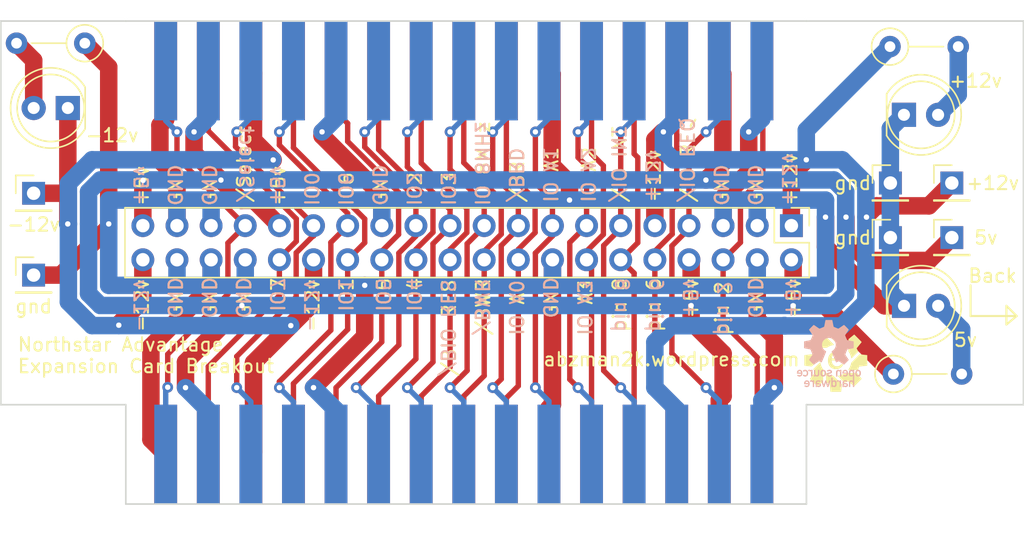
<source format=kicad_pcb>
(kicad_pcb (version 20221018) (generator pcbnew)
  (layers (0 "F.Cu" signal) (31 "B.Cu" signal) (34 "B.Paste" user) (35 "F.Paste" user) (36 "B.SilkS" user "B.Silkscreen") (37 "F.SilkS" user "F.Silkscreen") (38 "B.Mask" user) (39 "F.Mask" user) (44 "Edge.Cuts" user))
  (net 0 "")
  (net 1 "GND")
  (net 2 "/{slash}ID REQ")
  (net 3 "+5V")
  (net 4 "+12V")
  (net 5 "/{slash}IO INT")
  (net 6 "/IO A2")
  (net 7 "/IO A3")
  (net 8 "/IO A1")
  (net 9 "/{slash}BRD")
  (net 10 "/IO A0")
  (net 11 "/IO 8MHz")
  (net 12 "/{slash}BWR")
  (net 13 "/IO3")
  (net 14 "/{slash}BIO RES")
  (net 15 "/IO2")
  (net 16 "/IO4")
  (net 17 "/IO5")
  (net 18 "/IO6")
  (net 19 "/IO1")
  (net 20 "/IO0")
  (net 21 "-12V")
  (net 22 "/IO7")
  (net 23 "/{slash}SELECT")
  (net 24 "2")
  (net 25 "6")
  (net 26 "8")
  (net 27 "Net-(D1-A)")
  (net 28 "Net-(D3-A)")
  (net 29 "Net-(D4-A)")
  (footprint "Resistor_THT:R_Axial_DIN0207_L6.3mm_D2.5mm_P5.08mm_Vertical" (layer "F.Cu") (at 165.071 115.824)
    (fp_text reference "R4" hide)
    (fp_text value "R")
  )
  (footprint "Resistor_THT:R_Axial_DIN0207_L6.3mm_D2.5mm_P5.08mm_Vertical" (layer "F.Cu") (at 164.817 91.44)
    (fp_text reference "R3" hide)
    (fp_text value "R")
  )
  (footprint "Connector_PinHeader_2.54mm:PinHeader_1x01_P2.54mm_Vertical" (layer "F.Cu") (at 164.846 101.6)
    (fp_text reference "TP1" hide)
    (fp_text value "gnd")
  )
  (footprint "Connector_PinHeader_2.54mm:PinHeader_1x01_P2.54mm_Vertical" (layer "F.Cu") (at 101.092 102.362)
    (fp_text reference "TP7" hide)
    (fp_text value "-12v")
  )
  (footprint "LED_THT:LED_D5.0mm" (layer "F.Cu") (at 165.857 96.52)
    (fp_text reference "D3" hide)
    (fp_text value "+12v")
  )
  (footprint "LED_THT:LED_D5.0mm" (layer "F.Cu") (at 103.637 96.012 180)
    (fp_text reference "D1" hide)
    (fp_text value "-12v")
  )
  (footprint "Evan's misc parts:northstar edge connector" (layer "F.Cu") (at 107.95 118.11)
    (fp_text reference "J1" hide)
    (fp_text value "male card edge")
    (fp_line (start -9.3 0) (end -9.3 -28.575) (stroke (width 0.12)) (layer "Edge.Cuts"))
    (fp_line (start 0 0) (end -9.3 0) (stroke (width 0.12)) (layer "Edge.Cuts"))
    (fp_line (start 0 7.4) (end 0 0) (stroke (width 0.12)) (layer "Edge.Cuts"))
    (fp_line (start 50.65 0) (end 66.8 0) (stroke (width 0.12)) (layer "Edge.Cuts"))
    (fp_line (start 50.65 7.4) (end 0 7.4) (stroke (width 0.12)) (layer "Edge.Cuts"))
    (fp_line (start 50.65 7.4) (end 50.65 0) (stroke (width 0.12)) (layer "Edge.Cuts"))
    (fp_line (start 66.8 0) (end 66.8 -28.575) (stroke (width 0.12)) (layer "Edge.Cuts"))
  )
  (footprint "Evan's parts:Evan Logo" (layer "F.Cu") (at 160.782 114.808)
    (fp_text reference "G***" hide)
    (fp_text value "LOGO" hide)
  )
  (footprint "LED_THT:LED_D5.0mm" (layer "F.Cu") (at 165.862 110.744)
    (fp_text reference "D4" hide)
    (fp_text value "5v")
  )
  (footprint "Connector_PinHeader_2.54mm:PinHeader_2x20_P2.54mm_Vertical" (layer "F.Cu") (at 157.48 104.775 -90)
    (fp_text reference "J3" hide)
    (fp_text value "ribbon expansion")
  )
  (footprint "Connector_PinHeader_2.54mm:PinHeader_1x01_P2.54mm_Vertical" (layer "F.Cu") (at 169.418 101.6)
    (fp_text reference "TP4" hide)
    (fp_text value "+12v")
  )
  (footprint "Connector_PinHeader_2.54mm:PinHeader_1x01_P2.54mm_Vertical" (layer "F.Cu") (at 101.092 108.458)
    (fp_text reference "TP5" hide)
    (fp_text value "gnd")
  )
  (footprint "Resistor_THT:R_Axial_DIN0207_L6.3mm_D2.5mm_P5.08mm_Vertical" (layer "F.Cu") (at 104.902 91.186 180)
    (fp_text reference "R1" hide)
    (fp_text value "R")
  )
  (footprint "Evan's misc parts:northstar edge connector" (layer "F.Cu") (at 107.95 89.535)
    (fp_text reference "J2" hide)
    (fp_text value "female slot pass through")
    (fp_line (start 0 0) (end -9.3 0) (stroke (width 0.12)) (layer "Edge.Cuts"))
    (fp_line (start 50.65 0) (end 0 0) (stroke (width 0.12)) (layer "Edge.Cuts"))
    (fp_line (start 50.65 0) (end 66.8 0) (stroke (width 0.12)) (layer "Edge.Cuts"))
  )
  (footprint "Connector_PinHeader_2.54mm:PinHeader_1x01_P2.54mm_Vertical" (layer "F.Cu") (at 169.418 105.664)
    (fp_text reference "TP3" hide)
    (fp_text value "5v")
  )
  (footprint "Connector_PinHeader_2.54mm:PinHeader_1x01_P2.54mm_Vertical" (layer "F.Cu") (at 164.846 105.664)
    (fp_text reference "TP2" hide)
    (fp_text value "gnd")
  )
  (footprint "Evan's parts:OSHW gear" (layer "B.Cu") (at 160.274 114.3 180)
    (fp_text reference "G***" hide)
    (fp_text value "LOGO" hide)
  )
  (gr_line (start 173.482 110.744) (end 173.482 112.141) (stroke (width 0.15)) (layer "F.SilkS"))
  (gr_line (start 173.482 112.141) (end 174.244 111.506) (stroke (width 0.15)) (layer "F.SilkS"))
  (gr_line (start 174.244 111.506) (end 173.482 110.744) (stroke (width 0.15)) (layer "F.SilkS"))
  (gr_line (start 170.815 111.506) (end 174.244 111.506) (stroke (width 0.15)) (layer "F.SilkS"))
  (gr_line (start 170.815 109.22) (end 170.815 111.506) (stroke (width 0.15)) (layer "F.SilkS"))
  (gr_text "/BIO RES" (at 131.318 116.078 -90) (layer "B.SilkS") (effects (font (size 1 1)) (justify left bottom mirror)))
  (gr_text "GND" (at 110.998 111.76 -90) (layer "B.SilkS") (effects (font (size 1 1)) (justify left bottom mirror)))
  (gr_text "IO7" (at 118.618 111.252 -90) (layer "B.SilkS") (effects (font (size 1 1)) (justify left bottom mirror)))
  (gr_text "/BWR" (at 133.858 113.03 -90) (layer "B.SilkS") (effects (font (size 1 1)) (justify left bottom mirror)))
  (gr_text "IO3" (at 131.318 103.378 -90) (layer "B.SilkS") (effects (font (size 1 1)) (justify left bottom mirror)))
  (gr_text "+5v" (at 118.618 103.378 -90) (layer "B.SilkS") (effects (font (size 1 1)) (justify left bottom mirror)))
  (gr_text "GND" (at 113.538 103.378 -90) (layer "B.SilkS") (effects (font (size 1 1)) (justify left bottom mirror)))
  (gr_text "GND" (at 154.178 111.76 -90) (layer "B.SilkS") (effects (font (size 1 1)) (justify left bottom mirror)))
  (gr_text "-12v" (at 121.158 112.776 -90) (layer "B.SilkS") (effects (font (size 1 1)) (justify left bottom mirror)))
  (gr_text "IO A1" (at 138.938 103.124 -90) (layer "B.SilkS") (effects (font (size 1 1)) (justify left bottom mirror)))
  (gr_text "pin 2" (at 151.892 113.03 -90) (layer "B.SilkS") (effects (font (size 1 1)) (justify left bottom mirror)))
  (gr_text "-12v" (at 108.458 112.776 -90) (layer "B.SilkS") (effects (font (size 1 1)) (justify left bottom mirror)))
  (gr_text "IO A3" (at 141.478 113.03 -90) (layer "B.SilkS") (effects (font (size 1 1)) (justify left bottom mirror)))
  (gr_text "+12v" (at 146.558 103.124 -90) (layer "B.SilkS") (effects (font (size 1 1)) (justify left bottom mirror)))
  (gr_text "/IO INT" (at 144.018 103.124 -90) (layer "B.SilkS") (effects (font (size 1 1)) (justify left bottom mirror)))
  (gr_text "GND" (at 113.538 111.76 -90) (layer "B.SilkS") (effects (font (size 1 1)) (justify left bottom mirror)))
  (gr_text "IO 8MHz" (at 133.858 103.378 -90) (layer "B.SilkS") (effects (font (size 1 1)) (justify left bottom mirror)))
  (gr_text "/Select" (at 116.332 103.124 -90) (layer "B.SilkS") (effects (font (size 1 1)) (justify left bottom mirror)))
  (gr_text "GND" (at 110.998 103.378 -90) (layer "B.SilkS") (effects (font (size 1 1)) (justify left bottom mirror)))
  (gr_text "+12v" (at 156.718 103.378 -90) (layer "B.SilkS") (effects (font (size 1 1)) (justify left bottom mirror)))
  (gr_text "IO4" (at 128.778 111.252 -90) (layer "B.SilkS") (effects (font (size 1 1)) (justify left bottom mirror)))
  (gr_text "GND" (at 126.238 103.378 -90) (layer "B.SilkS") (effects (font (size 1 1)) (justify left bottom mirror)))
  (gr_text "GND" (at 138.938 111.76 -90) (layer "B.SilkS") (effects (font (size 1 1)) (justify left bottom mirror)))
  (gr_text "GND" (at 151.638 103.378 -90) (layer "B.SilkS") (effects (font (size 1 1)) (justify left bottom mirror)))
  (gr_text "IO A0" (at 136.398 113.03 -90) (layer "B.SilkS") (effects (font (size 1 1)) (justify left bottom mirror)))
  (gr_text "+5v" (at 149.352 111.76 -90) (layer "B.SilkS") (effects (font (size 1 1)) (justify left bottom mirror)))
  (gr_text "pin 8" (at 144.272 112.776 -90) (layer "B.SilkS") (effects (font (size 1 1)) (justify left bottom mirror)))
  (gr_text "+5v" (at 156.972 111.76 -90) (layer "B.SilkS") (effects (font (size 1 1)) (justify left bottom mirror)))
  (gr_text "/IO REQ" (at 149.098 103.124 -90) (layer "B.SilkS") (effects (font (size 1 1)) (justify left bottom mirror)))
  (gr_text "+5v" (at 108.458 103.378 -90) (layer "B.SilkS") (effects (font (size 1 1)) (justify left bottom mirror)))
  (gr_text "GND" (at 116.078 111.76 -90) (layer "B.SilkS") (effects (font (size 1 1)) (justify left bottom mirror)))
  (gr_text "GND" (at 154.178 103.378 -90) (layer "B.SilkS") (effects (font (size 1 1)) (justify left bottom mirror)))
  (gr_text "/BRD" (at 136.398 103.124 -90) (layer "B.SilkS") (effects (font (size 1 1)) (justify left bottom mirror)))
  (gr_text "IO0" (at 121.158 103.378 -90) (layer "B.SilkS") (effects (font (size 1 1)) (justify left bottom mirror)))
  (gr_text "IO6" (at 123.698 103.378 -90) (layer "B.SilkS") (effects (font (size 1 1)) (justify left bottom mirror)))
  (gr_text "IO1" (at 123.698 111.252 -90) (layer "B.SilkS") (effects (font (size 1 1)) (justify left bottom mirror)))
  (gr_text "IO A2" (at 141.732 103.124 -90) (layer "B.SilkS") (effects (font (size 1 1)) (justify left bottom mirror)))
  (gr_text "IO5" (at 126.492 111.252 -90) (layer "B.SilkS") (effects (font (size 1 1)) (justify left bottom mirror)))
  (gr_text "IO2" (at 128.778 103.378 -90) (layer "B.SilkS") (effects (font (size 1 1)) (justify left bottom mirror)))
  (gr_text "pin 6" (at 146.812 112.776 -90) (layer "B.SilkS") (effects (font (size 1 1)) (justify left bottom mirror)))
  (gr_text "+12v" (at 147.828 103.124 90) (layer "F.SilkS") (effects (font (size 1 1)) (justify left bottom)))
  (gr_text "GND" (at 112.268 103.378 90) (layer "F.SilkS") (effects (font (size 1 1)) (justify left bottom)))
  (gr_text "GND" (at 140.208 111.76 90) (layer "F.SilkS") (effects (font (size 1 1)) (justify left bottom)))
  (gr_text "GND" (at 152.908 103.378 90) (layer "F.SilkS") (effects (font (size 1 1)) (justify left bottom)))
  (gr_text "/BRD" (at 137.668 103.124 90) (layer "F.SilkS") (effects (font (size 1 1)) (justify left bottom)))
  (gr_text "pin 6" (at 147.828 112.776 90) (layer "F.SilkS") (effects (font (size 1 1)) (justify left bottom)))
  (gr_text "IO A2" (at 143.002 103.124 90) (layer "F.SilkS") (effects (font (size 1 1)) (justify left bottom)))
  (gr_text "Northstar Advantage\nExpansion Card Breakout" (at 99.822 115.824) (layer "F.SilkS") (effects (font (size 1 1)) (justify left bottom)))
  (gr_text "IO7" (at 119.888 111.252 90) (layer "F.SilkS") (effects (font (size 1 1)) (justify left bottom)))
  (gr_text "-12v" (at 109.728 112.776 90) (layer "F.SilkS") (effects (font (size 1 1)) (justify left bottom)))
  (gr_text "IO A1" (at 140.208 103.124 90) (layer "F.SilkS") (effects (font (size 1 1)) (justify left bottom)))
  (gr_text "IO A3" (at 142.748 113.03 90) (layer "F.SilkS") (effects (font (size 1 1)) (justify left bottom)))
  (gr_text "GND" (at 155.448 111.76 90) (layer "F.SilkS") (effects (font (size 1 1)) (justify left bottom)))
  (gr_text "+5v" (at 150.622 111.76 90) (layer "F.SilkS") (effects (font (size 1 1)) (justify left bottom)))
  (gr_text "+5v" (at 109.728 103.378 90) (layer "F.SilkS") (effects (font (size 1 1)) (justify left bottom)))
  (gr_text "/BIO RES" (at 132.588 116.078 90) (layer "F.SilkS") (effects (font (size 1 1)) (justify left bottom)))
  (gr_text "IO5" (at 127.762 111.252 90) (layer "F.SilkS") (effects (font (size 1 1)) (justify left bottom)))
  (gr_text "IO3" (at 132.588 103.378 90) (layer "F.SilkS") (effects (font (size 1 1)) (justify left bottom)))
  (gr_text "Back" (at 170.561 109.093) (layer "F.SilkS") (effects (font (size 1 1)) (justify left bottom)))
  (gr_text "/BWR" (at 135.128 113.03 90) (layer "F.SilkS") (effects (font (size 1 1)) (justify left bottom)))
  (gr_text "GND" (at 112.268 111.76 90) (layer "F.SilkS") (effects (font (size 1 1)) (justify left bottom)))
  (gr_text "GND" (at 127.508 103.378 90) (layer "F.SilkS") (effects (font (size 1 1)) (justify left bottom)))
  (gr_text "GND" (at 155.448 103.378 90) (layer "F.SilkS") (effects (font (size 1 1)) (justify left bottom)))
  (gr_text "/Select" (at 117.348 103.124 90) (layer "F.SilkS") (effects (font (size 1 1)) (justify left bottom)))
  (gr_text "abzman2k.wordpress.com" (at 138.938 115.316) (layer "F.SilkS") (effects (font (size 1 1)) (justify left bottom)))
  (gr_text "/IO REQ" (at 150.368 103.124 90) (layer "F.SilkS") (effects (font (size 1 1)) (justify left bottom)))
  (gr_text "pin 8" (at 145.288 112.776 90) (layer "F.SilkS") (effects (font (size 1 1)) (justify left bottom)))
  (gr_text "IO6" (at 124.968 103.378 90) (layer "F.SilkS") (effects (font (size 1 1)) (justify left bottom)))
  (gr_text "IO4" (at 130.048 111.252 90) (layer "F.SilkS") (effects (font (size 1 1)) (justify left bottom)))
  (gr_text "GND" (at 114.808 111.76 90) (layer "F.SilkS") (effects (font (size 1 1)) (justify left bottom)))
  (gr_text "IO2" (at 130.048 103.378 90) (layer "F.SilkS") (effects (font (size 1 1)) (justify left bottom)))
  (gr_text "IO A0" (at 137.668 113.03 90) (layer "F.SilkS") (effects (font (size 1 1)) (justify left bottom)))
  (gr_text "IO0" (at 122.428 103.378 90) (layer "F.SilkS") (effects (font (size 1 1)) (justify left bottom)))
  (gr_text "+5v" (at 158.242 111.76 90) (layer "F.SilkS") (effects (font (size 1 1)) (justify left bottom)))
  (gr_text "GND" (at 114.808 103.378 90) (layer "F.SilkS") (effects (font (size 1 1)) (justify left bottom)))
  (gr_text "GND" (at 117.348 111.76 90) (layer "F.SilkS") (effects (font (size 1 1)) (justify left bottom)))
  (gr_text "IO 8MHz" (at 135.128 103.378 90) (layer "F.SilkS") (effects (font (size 1 1)) (justify left bottom)))
  (gr_text "+12v" (at 157.988 103.378 90) (layer "F.SilkS") (effects (font (size 1 1)) (justify left bottom)))
  (gr_text "-12v" (at 122.428 112.776 90) (layer "F.SilkS") (effects (font (size 1 1)) (justify left bottom)))
  (gr_text "/IO INT" (at 145.288 103.124 90) (layer "F.SilkS") (effects (font (size 1 1)) (justify left bottom)))
  (gr_text "+5v" (at 119.888 103.378 90) (layer "F.SilkS") (effects (font (size 1 1)) (justify left bottom)))
  (gr_text "pin 2" (at 152.908 113.03 90) (layer "F.SilkS") (effects (font (size 1 1)) (justify left bottom)))
  (gr_text "IO1" (at 124.968 111.252 90) (layer "F.SilkS") (effects (font (size 1 1)) (justify left bottom)))
  (segment (start 154.94 111.76) (end 154.94 107.315) (width 1.3) (layer "F.Cu") (net 1))
  (segment (start 114.3 107.315) (end 114.3 109.3) (width 1.3) (layer "F.Cu") (net 1))
  (segment (start 110.49 99.909924) (end 110.49 97.292233) (width 1.3) (layer "F.Cu") (net 1))
  (segment (start 164.40468 110.744) (end 165.862 110.744) (width 1.3) (layer "F.Cu") (net 1))
  (segment (start 106.68 92.964) (end 106.68 104.648) (width 1.3) (layer "F.Cu") (net 1))
  (segment (start 109.82 120.71) (end 110.92 121.81) (width 1.3) (layer "F.Cu") (net 1))
  (segment (start 125.73 113.03) (end 125.73 109.22) (width 1.3) (layer "F.Cu") (net 1))
  (segment (start 139.44 93.235) (end 139.68 93.475) (width 1.3) (layer "F.Cu") (net 1))
  (segment (start 139.68 93.475) (end 139.68 100.31) (width 1.3) (layer "F.Cu") (net 1))
  (segment (start 154.305 97.79) (end 154.305 100.770076) (width 1.3) (layer "F.Cu") (net 1))
  (segment (start 160.02 106.35932) (end 164.40468 110.744) (width 1.3) (layer "F.Cu") (net 1))
  (segment (start 110.92 96.862233) (end 110.92 93.235) (width 1.3) (layer "F.Cu") (net 1))
  (segment (start 106.68 104.648) (end 106.68 104.891767) (width 1.3) (layer "F.Cu") (net 1))
  (segment (start 104.902 91.186) (end 106.68 92.964) (width 1.3) (layer "F.Cu") (net 1))
  (segment (start 152.4 102.675076) (end 152.4 104.775) (width 1.3) (layer "F.Cu") (net 1))
  (segment (start 139.44 121.81) (end 139.44 118.37) (width 1.3) (layer "F.Cu") (net 1))
  (segment (start 121.92 116.84) (end 125.73 113.03) (width 1.3) (layer "F.Cu") (net 1))
  (segment (start 139.7 118.11) (end 139.7 107.315) (width 1.3) (layer "F.Cu") (net 1))
  (segment (start 103.113767 108.458) (end 101.092 108.458) (width 1.3) (layer "F.Cu") (net 1))
  (segment (start 154.305 100.770076) (end 152.4 102.675076) (width 1.3) (layer "F.Cu") (net 1))
  (segment (start 156.21 113.03) (end 154.94 111.76) (width 1.3) (layer "F.Cu") (net 1))
  (segment (start 122.555 97.79) (end 122.555 98.078427) (width 1.3) (layer "F.Cu") (net 1))
  (segment (start 122.555 98.078427) (end 127 102.523427) (width 1.3) (layer "F.Cu") (net 1))
  (segment (start 139.44 118.37) (end 139.7 118.11) (width 1.3) (layer "F.Cu") (net 1))
  (segment (start 156.21 116.84) (end 156.21 113.03) (width 1.3) (layer "F.Cu") (net 1))
  (segment (start 140.97 101.6) (end 140.97 102.87) (width 1.3) (layer "F.Cu") (net 1))
  (segment (start 111.76 104.775) (end 111.76 101.179924) (width 1.3) (layer "F.Cu") (net 1))
  (segment (start 110.49 97.292233) (end 110.92 96.862233) (width 1.3) (layer "F.Cu") (net 1))
  (segment (start 160.02 104.14) (end 160.02 106.35932) (width 1.3) (layer "F.Cu") (net 1))
  (segment (start 127 102.523427) (end 127 104.775) (width 1.3) (layer "F.Cu") (net 1))
  (segment (start 106.68 104.891767) (end 103.113767 108.458) (width 1.3) (layer "F.Cu") (net 1))
  (segment (start 109.82 113.78) (end 109.82 120.71) (width 1.3) (layer "F.Cu") (net 1))
  (segment (start 111.76 101.179924) (end 110.49 99.909924) (width 1.3) (layer "F.Cu") (net 1))
  (segment (start 139.68 100.31) (end 140.97 101.6) (width 1.3) (layer "F.Cu") (net 1))
  (segment (start 114.3 109.3) (end 109.82 113.78) (width 1.3) (layer "F.Cu") (net 1))
  (via (at 121.92 116.84) (size 0.8) (drill 0.4) (layers "F.Cu" "B.Cu") (net 1))
  (via (at 156.21 116.84) (size 0.8) (drill 0.4) (layers "F.Cu" "B.Cu") (net 1))
  (via (at 140.97 102.87) (size 0.8) (drill 0.4) (layers "F.Cu" "B.Cu") (net 1))
  (via (at 160.02 104.14) (size 0.8) (drill 0.4) (layers "F.Cu" "B.Cu") (net 1))
  (via (at 125.73 109.22) (size 0.8) (drill 0.4) (layers "F.Cu" "B.Cu") (net 1))
  (via (at 154.305 97.79) (size 0.8) (drill 0.4) (layers "F.Cu" "B.Cu") (net 1))
  (via (at 106.68 104.648) (size 0.8) (drill 0.4) (layers "F.Cu" "B.Cu") (net 1))
  (via (at 122.555 97.79) (size 0.8) (drill 0.4) (layers "F.Cu" "B.Cu") (net 1))
  (segment (start 123.5956 118.5156) (end 121.92 116.84) (width 1.3) (layer "B.Cu") (net 1))
  (segment (start 127 104.775) (end 127 102.87) (width 1.3) (layer "B.Cu") (net 1))
  (segment (start 123.5956 96.7494) (end 122.555 97.79) (width 1.3) (layer "B.Cu") (net 1))
  (segment (start 114.3 104.775) (end 114.3 102.87) (width 1.3) (layer "B.Cu") (net 1))
  (segment (start 111.76 107.315) (end 111.76 109.22) (width 1.3) (layer "B.Cu") (net 1))
  (segment (start 106.68 109.22) (end 106.68 104.648) (width 1.3) (layer "B.Cu") (net 1))
  (segment (start 106.68 104.648) (end 106.68 102.87) (width 1.3) (layer "B.Cu") (net 1))
  (segment (start 154.94 104.775) (end 154.94 102.87) (width 1.3) (layer "B.Cu") (net 1))
  (segment (start 160.02 109.22) (end 154.94 109.22) (width 1.3) (layer "B.Cu") (net 1))
  (segment (start 155.2844 117.7656) (end 156.21 116.84) (width 1.3) (layer "B.Cu") (net 1))
  (segment (start 139.7 107.315) (end 139.7 109.22) (width 1.3) (layer "B.Cu") (net 1))
  (segment (start 155.2844 93.235) (end 155.2844 96.8106) (width 1.3) (layer "B.Cu") (net 1))
  (segment (start 139.7 109.22) (end 116.84 109.22) (width 1.3) (layer "B.Cu") (net 1))
  (segment (start 123.5956 121.81) (end 123.5956 118.5156) (width 1.3) (layer "B.Cu") (net 1))
  (segment (start 154.94 107.315) (end 154.94 109.22) (width 1.3) (layer "B.Cu") (net 1))
  (segment (start 164.846 105.664) (end 164.846 109.728) (width 1.3) (layer "B.Cu") (net 1))
  (segment (start 114.3 107.315) (end 114.3 109.22) (width 1.3) (layer "B.Cu") (net 1))
  (segment (start 164.846 101.6) (end 164.846 105.664) (width 1.3) (layer "B.Cu") (net 1))
  (segment (start 114.3 109.22) (end 111.76 109.22) (width 1.3) (layer "B.Cu") (net 1))
  (segment (start 164.846 109.728) (end 165.862 110.744) (width 1.3) (layer "B.Cu") (net 1))
  (segment (start 127 102.87) (end 152.4 102.87) (width 1.3) (layer "B.Cu") (net 1))
  (segment (start 111.76 104.775) (end 111.76 102.87) (width 1.3) (layer "B.Cu") (net 1))
  (segment (start 111.76 109.22) (end 106.68 109.22) (width 1.3) (layer "B.Cu") (net 1))
  (segment (start 164.846 101.6) (end 164.846 97.531) (width 1.3) (layer "B.Cu") (net 1))
  (segment (start 160.02 104.14) (end 160.02 109.22) (width 1.3) (layer "B.Cu") (net 1))
  (segment (start 123.5956 93.235) (end 123.5956 96.7494) (width 1.3) (layer "B.Cu") (net 1))
  (segment (start 164.846 97.531) (end 165.857 96.52) (width 1.3) (layer "B.Cu") (net 1))
  (segment (start 152.4 102.87) (end 154.94 102.87) (width 1.3) (layer "B.Cu") (net 1))
  (segment (start 152.4 104.775) (end 152.4 102.87) (width 1.3) (layer "B.Cu") (net 1))
  (segment (start 160.02 102.87) (end 160.02 104.14) (width 1.3) (layer "B.Cu") (net 1))
  (segment (start 155.2844 121.81) (end 155.2844 117.7656) (width 1.3) (layer "B.Cu") (net 1))
  (segment (start 116.84 107.315) (end 116.84 109.22) (width 1.3) (layer "B.Cu") (net 1))
  (segment (start 154.94 109.22) (end 139.7 109.22) (width 1.3) (layer "B.Cu") (net 1))
  (segment (start 154.94 102.87) (end 160.02 102.87) (width 1.3) (layer "B.Cu") (net 1))
  (segment (start 111.76 102.87) (end 114.3 102.87) (width 1.3) (layer "B.Cu") (net 1))
  (segment (start 114.3 102.87) (end 127 102.87) (width 1.3) (layer "B.Cu") (net 1))
  (segment (start 155.2844 96.8106) (end 154.305 97.79) (width 1.3) (layer "B.Cu") (net 1))
  (segment (start 116.84 109.22) (end 114.3 109.22) (width 1.3) (layer "B.Cu") (net 1))
  (segment (start 106.68 102.87) (end 111.76 102.87) (width 1.3) (layer "B.Cu") (net 1))
  (segment (start 151.13 116.84) (end 148.59 114.3) (width 0.4) (layer "F.Cu") (net 2))
  (segment (start 148.59 106.278528) (end 149.86 105.008528) (width 0.4) (layer "F.Cu") (net 2))
  (segment (start 149.86 99.06) (end 151.13 97.79) (width 0.4) (layer "F.Cu") (net 2))
  (segment (start 148.59 114.3) (end 148.59 106.278528) (width 0.4) (layer "F.Cu") (net 2))
  (segment (start 149.86 104.775) (end 149.86 99.06) (width 0.4) (layer "F.Cu") (net 2))
  (segment (start 149.86 105.008528) (end 149.86 104.775) (width 0.4) (layer "F.Cu") (net 2))
  (via (at 151.13 116.84) (size 0.8) (drill 0.4) (layers "F.Cu" "B.Cu") (net 2))
  (via (at 151.13 97.79) (size 0.8) (drill 0.4) (layers "F.Cu" "B.Cu") (net 2))
  (segment (start 152.1156 121.81) (end 152.1156 117.8256) (width 0.4) (layer "B.Cu") (net 2))
  (segment (start 151.13 97.79) (end 152.1156 96.8044) (width 0.4) (layer "B.Cu") (net 2))
  (segment (start 152.1156 96.8044) (end 152.1156 93.235) (width 0.4) (layer "B.Cu") (net 2))
  (segment (start 152.1156 117.8256) (end 151.13 116.84) (width 0.4) (layer "B.Cu") (net 2))
  (segment (start 112.395 116.84) (end 112.395 114.935) (width 1.3) (layer "F.Cu") (net 3))
  (segment (start 150.02 107.475) (end 149.86 107.315) (width 1.3) (layer "F.Cu") (net 3))
  (segment (start 150.02 110.73) (end 150.02 107.475) (width 1.3) (layer "F.Cu") (net 3))
  (segment (start 117.495 102.89) (end 119.38 104.775) (width 1.3) (layer "F.Cu") (net 3))
  (segment (start 152.38 93.4994) (end 152.1156 93.235) (width 1.3) (layer "F.Cu") (net 3))
  (segment (start 165.071 115.824) (end 159.987 110.74) (width 1.3) (layer "F.Cu") (net 3))
  (segment (start 150.02 110.73) (end 150.02 111.92) (width 1.3) (layer "F.Cu") (net 3))
  (segment (start 116.54 102.89) (end 117.495 102.89) (width 1.3) (layer "F.Cu") (net 3))
  (segment (start 150.02 111.92) (end 152.4 114.3) (width 1.3) (layer "F.Cu") (net 3))
  (segment (start 115.03 101.38) (end 116.54 102.89) (width 1.3) (layer "F.Cu") (net 3))
  (segment (start 161.544 105.762) (end 163.146 107.364) (width 1.3) (layer "F.Cu") (net 3))
  (segment (start 167.718 107.364) (end 169.418 105.664) (width 1.3) (layer "F.Cu") (net 3))
  (segment (start 152.1156 117.7594) (end 152.4 117.475) (width 1.3) (layer "F.Cu") (net 3))
  (segment (start 151.12 101.38) (end 152.38 100.12) (width 1.3) (layer "F.Cu") (net 3))
  (segment (start 112.395 114.935) (end 116.68 110.65) (width 1.3) (layer "F.Cu") (net 3))
  (segment (start 152.1156 121.81) (end 152.1156 117.7594) (width 1.3) (layer "F.Cu") (net 3))
  (segment (start 161.544 104.14) (end 161.544 105.762) (width 1.3) (layer "F.Cu") (net 3))
  (segment (start 152.4 117.475) (end 152.4 114.3) (width 1.3) (layer "F.Cu") (net 3))
  (segment (start 152.38 100.12) (end 152.38 93.4994) (width 1.3) (layer "F.Cu") (net 3))
  (segment (start 109.22 104.775) (end 109.22 101.42) (width 1.3) (layer "F.Cu") (net 3))
  (segment (start 113.03 99.38) (end 113.03 97.79) (width 1.3) (layer "F.Cu") (net 3))
  (segment (start 157.61 110.74) (end 157.61 107.445) (width 1.3) (layer "F.Cu") (net 3))
  (segment (start 115.03 101.38) (end 113.03 99.38) (width 1.3) (layer "F.Cu") (net 3))
  (segment (start 159.987 110.74) (end 157.61 110.74) (width 1.3) (layer "F.Cu") (net 3))
  (segment (start 163.146 107.364) (end 167.718 107.364) (width 1.3) (layer "F.Cu") (net 3))
  (segment (start 157.61 107.445) (end 157.48 107.315) (width 1.3) (layer "F.Cu") (net 3))
  (via (at 113.03 97.79) (size 0.8) (drill 0.4) (layers "F.Cu" "B.Cu") (net 3))
  (via (at 151.12 101.38) (size 0.8) (drill 0.4) (layers "F.Cu" "B.Cu") (net 3))
  (via (at 115.03 101.38) (size 0.8) (drill 0.4) (layers "F.Cu" "B.Cu") (net 3))
  (via (at 112.395 116.84) (size 0.8) (drill 0.4) (layers "F.Cu" "B.Cu") (net 3))
  (via (at 157.61 110.74) (size 0.8) (drill 0.4) (layers "F.Cu" "B.Cu") (net 3))
  (via (at 109.24 101.4) (size 0.8) (drill 0.4) (layers "F.Cu" "B.Cu") (net 3))
  (via (at 161.544 104.14) (size 0.8) (drill 0.4) (layers "F.Cu" "B.Cu") (net 3))
  (via (at 116.59 110.72) (size 0.8) (drill 0.4) (layers "F.Cu" "B.Cu") (net 3))
  (via (at 150.02 110.73) (size 0.8) (drill 0.4) (layers "F.Cu" "B.Cu") (net 3))
  (segment (start 150.03 110.72) (end 157.59 110.72) (width 1.3) (layer "B.Cu") (net 3))
  (segment (start 105.18 102.24868) (end 105.18 104.624) (width 1.3) (layer "B.Cu") (net 3))
  (segment (start 150.01 110.72) (end 150.02 110.73) (width 1.3) (layer "B.Cu") (net 3))
  (segment (start 106.05868 110.72) (end 116.59 110.72) (width 1.3) (layer "B.Cu") (net 3))
  (segment (start 157.63 110.72) (end 160.64132 110.72) (width 1.3) (layer "B.Cu") (net 3))
  (segment (start 105.18 109.84132) (end 106.05868 110.72) (width 1.3) (layer "B.Cu") (net 3))
  (segment (start 114.08889 121.81) (end 114.08889 118.53389) (width 1.3) (layer "B.Cu") (net 3))
  (segment (start 114.08889 118.53389) (end 112.395 116.84) (width 1.3) (layer "B.Cu") (net 3))
  (segment (start 114.08889 93.235) (end 114.08889 96.73111) (width 1.3) (layer "B.Cu") (net 3))
  (segment (start 160.64132 101.37) (end 151.13 101.37) (width 1.3) (layer "B.Cu") (net 3))
  (segment (start 157.59 110.72) (end 157.61 110.74) (width 1.3) (layer "B.Cu") (net 3))
  (segment (start 161.52 109.84132) (end 161.52 104.164) (width 1.3) (layer "B.Cu") (net 3))
  (segment (start 161.52 104.116) (end 161.52 102.24868) (width 1.3) (layer "B.Cu") (net 3))
  (segment (start 106.05868 101.37) (end 105.18 102.24868) (width 1.3) (layer "B.Cu") (net 3))
  (segment (start 116.59 110.72) (end 150.01 110.72) (width 1.3) (layer "B.Cu") (net 3))
  (segment (start 114.08889 96.73111) (end 113.03 97.79) (width 1.3) (layer "B.Cu") (net 3))
  (segment (start 117.57 101.37) (end 115.04 101.37) (width 1.3) (layer "B.Cu") (net 3))
  (segment (start 160.64132 110.72) (end 161.52 109.84132) (width 1.3) (layer "B.Cu") (net 3))
  (segment (start 150.02 110.73) (end 150.03 110.72) (width 1.3) (layer "B.Cu") (net 3))
  (segment (start 117.63 101.37) (end 151.11 101.37) (width 1.3) (layer "B.Cu") (net 3))
  (segment (start 161.52 102.24868) (end 160.64132 101.37) (width 1.3) (layer "B.Cu") (net 3))
  (segment (start 157.61 110.74) (end 157.63 110.72) (width 1.3) (layer "B.Cu") (net 3))
  (segment (start 105.18 104.672) (end 105.18 109.84132) (width 1.3) (layer "B.Cu") (net 3))
  (segment (start 115.02 101.37) (end 106.05868 101.37) (width 1.3) (layer "B.Cu") (net 3))
  (segment (start 157.48 104.775) (end 157.48 101) (width 1.3) (layer "F.Cu") (net 4))
  (segment (start 157.48 101) (end 158.59 99.89) (width 1.3) (layer "F.Cu") (net 4))
  (segment (start 163.068 104.14) (end 163.068 104.042) (width 1.3) (layer "F.Cu") (net 4))
  (segment (start 147.32 98.3667) (end 147.8967 97.79) (width 1.3) (layer "F.Cu") (net 4))
  (segment (start 163.81 103.3) (end 167.718 103.3) (width 1.3) (layer "F.Cu") (net 4))
  (segment (start 147.32 104.775) (end 147.32 98.3667) (width 1.3) (layer "F.Cu") (net 4))
  (segment (start 167.718 103.3) (end 169.418 101.6) (width 1.3) (layer "F.Cu") (net 4))
  (segment (start 163.068 104.042) (end 163.81 103.3) (width 1.3) (layer "F.Cu") (net 4))
  (via (at 158.59 99.87) (size 0.8) (drill 0.4) (layers "F.Cu" "B.Cu") (net 4))
  (via (at 163.068 104.14) (size 0.8) (drill 0.4) (layers "F.Cu" "B.Cu") (net 4))
  (via (at 147.955 97.79) (size 0.8) (drill 0.4) (layers "F.Cu" "B.Cu") (net 4))
  (segment (start 156.95868 112.23) (end 156.96868 112.22) (width 1.3) (layer "B.Cu") (net 4))
  (segment (start 156.98868 112.24) (end 161.24264 112.24) (width 1.3) (layer "B.Cu") (net 4))
  (segment (start 148.9467 96.7983) (end 147.955 97.79) (width 1.3) (layer "B.Cu") (net 4))
  (segment (start 163.02 101.62736) (end 161.26264 99.87) (width 1.3) (layer "B.Cu") (net 4))
  (segment (start 148.9467 121.81) (end 148.9467 118.4667) (width 1.3) (layer "B.Cu") (net 4))
  (segment (start 158.59 99.87) (end 158.59 97.667) (width 1.3) (layer "B.Cu") (net 4))
  (segment (start 147.32 113.45) (end 148.54 112.23) (width 1.3) (layer "B.Cu") (net 4))
  (segment (start 158.59 97.667) (end 164.817 91.44) (width 1.3) (layer "B.Cu") (net 4))
  (segment (start 147.955 99.135) (end 147.955 97.79) (width 1.3) (layer "B.Cu") (net 4))
  (segment (start 148.9467 118.4667) (end 147.32 116.84) (width 1.3) (layer "B.Cu") (net 4))
  (segment (start 156.96868 112.22) (end 156.98868 112.24) (width 1.3) (layer "B.Cu") (net 4))
  (segment (start 163.02 104.092) (end 163.02 101.62736) (width 1.3) (layer "B.Cu") (net 4))
  (segment (start 161.24264 112.24) (end 163.02 110.46264) (width 1.3) (layer "B.Cu") (net 4))
  (segment (start 163.02 110.46264) (end 163.02 104.188) (width 1.3) (layer "B.Cu") (net 4))
  (segment (start 148.9467 93.235) (end 148.9467 96.7983) (width 1.3) (layer "B.Cu") (net 4))
  (segment (start 147.32 116.84) (end 147.32 113.45) (width 1.3) (layer "B.Cu") (net 4))
  (segment (start 161.26264 99.87) (end 158.59 99.87) (width 1.3) (layer "B.Cu") (net 4))
  (segment (start 158.59 99.87) (end 148.69 99.87) (width 1.3) (layer "B.Cu") (net 4))
  (segment (start 148.69 99.87) (end 147.955 99.135) (width 1.3) (layer "B.Cu") (net 4))
  (segment (start 148.54 112.23) (end 156.95868 112.23) (width 1.3) (layer "B.Cu") (net 4))
  (segment (start 144.78 104.988528) (end 143.51 106.258528) (width 0.4) (layer "F.Cu") (net 5))
  (segment (start 143.51 106.258528) (end 143.51 115.57) (width 0.4) (layer "F.Cu") (net 5))
  (segment (start 143.51 115.57) (end 144.78 116.84) (width 0.4) (layer "F.Cu") (net 5))
  (segment (start 144.78 104.775) (end 144.78 97.79) (width 0.4) (layer "F.Cu") (net 5))
  (segment (start 144.78 104.775) (end 144.78 104.988528) (width 0.4) (layer "F.Cu") (net 5))
  (via (at 144.78 97.79) (size 0.8) (drill 0.4) (layers "F.Cu" "B.Cu") (net 5))
  (via (at 144.78 116.84) (size 0.8) (drill 0.4) (layers "F.Cu" "B.Cu") (net 5))
  (segment (start 145.7778 121.81) (end 145.7778 117.8378) (width 0.4) (layer "B.Cu") (net 5))
  (segment (start 145.7778 117.8378) (end 144.78 116.84) (width 0.4) (layer "B.Cu") (net 5))
  (segment (start 145.7778 96.7922) (end 145.7778 93.235) (width 0.4) (layer "B.Cu") (net 5))
  (segment (start 144.78 97.79) (end 145.7778 96.7922) (width 0.4) (layer "B.Cu") (net 5))
  (segment (start 140.99 106.025) (end 140.99 116.225) (width 0.4) (layer "F.Cu") (net 6))
  (segment (start 142.24 104.775) (end 142.24 100.33) (width 0.4) (layer "F.Cu") (net 6))
  (segment (start 142.24 104.775) (end 140.99 106.025) (width 0.4) (layer "F.Cu") (net 6))
  (segment (start 142.24 100.33) (end 141.605 99.695) (width 0.4) (layer "F.Cu") (net 6))
  (segment (start 141.605 99.695) (end 141.605 97.79) (width 0.4) (layer "F.Cu") (net 6))
  (segment (start 140.99 116.225) (end 141.605 116.84) (width 0.4) (layer "F.Cu") (net 6))
  (via (at 141.605 116.84) (size 0.8) (drill 0.4) (layers "F.Cu" "B.Cu") (net 6))
  (via (at 141.605 97.79) (size 0.8) (drill 0.4) (layers "F.Cu" "B.Cu") (net 6))
  (segment (start 142.24 93.6039) (end 142.6089 93.235) (width 0.4) (layer "B.Cu") (net 6))
  (segment (start 142.6089 121.81) (end 142.6089 117.8439) (width 0.4) (layer "B.Cu") (net 6))
  (segment (start 142.24 97.155) (end 142.24 93.6039) (width 0.4) (layer "B.Cu") (net 6))
  (segment (start 142.6089 117.8439) (end 141.605 116.84) (width 0.4) (layer "B.Cu") (net 6))
  (segment (start 141.605 97.79) (end 142.24 97.155) (width 0.4) (layer "B.Cu") (net 6))
  (segment (start 142.24 107.315) (end 142.24 106.68) (width 0.4) (layer "F.Cu") (net 7))
  (segment (start 142.6089 99.4289) (end 142.6089 93.235) (width 0.4) (layer "F.Cu") (net 7))
  (segment (start 143.49 100.31) (end 142.6089 99.4289) (width 0.4) (layer "F.Cu") (net 7))
  (segment (start 143.49 105.43) (end 143.49 100.31) (width 0.4) (layer "F.Cu") (net 7))
  (segment (start 142.24 106.68) (end 143.49 105.43) (width 0.4) (layer "F.Cu") (net 7))
  (segment (start 142.6089 107.6839) (end 142.24 107.315) (width 0.4) (layer "F.Cu") (net 7))
  (segment (start 142.6089 121.81) (end 142.6089 107.6839) (width 0.4) (layer "F.Cu") (net 7))
  (segment (start 138.43 97.79) (end 138.43 101.6) (width 0.4) (layer "F.Cu") (net 8))
  (segment (start 138.43 106.817233) (end 139.7 105.547233) (width 0.4) (layer "F.Cu") (net 8))
  (segment (start 139.7 105.547233) (end 139.7 104.775) (width 0.4) (layer "F.Cu") (net 8))
  (segment (start 138.43 116.84) (end 138.43 106.817233) (width 0.4) (layer "F.Cu") (net 8))
  (segment (start 139.7 102.87) (end 139.7 104.775) (width 0.4) (layer "F.Cu") (net 8))
  (segment (start 138.43 101.6) (end 139.7 102.87) (width 0.4) (layer "F.Cu") (net 8))
  (via (at 138.43 116.84) (size 0.8) (drill 0.4) (layers "F.Cu" "B.Cu") (net 8))
  (via (at 138.43 97.79) (size 0.8) (drill 0.4) (layers "F.Cu" "B.Cu") (net 8))
  (segment (start 139.44 121.81) (end 139.44 117.85) (width 0.4) (layer "B.Cu") (net 8))
  (segment (start 139.44 96.78) (end 139.44 93.235) (width 0.4) (layer "B.Cu") (net 8))
  (segment (start 138.43 97.79) (end 139.44 96.78) (width 0.4) (layer "B.Cu") (net 8))
  (segment (start 139.44 117.85) (end 138.43 116.84) (width 0.4) (layer "B.Cu") (net 8))
  (segment (start 137.16 104.775) (end 137.16 104.988528) (width 0.4) (layer "F.Cu") (net 9))
  (segment (start 135.89 116.205) (end 135.255 116.84) (width 0.4) (layer "F.Cu") (net 9))
  (segment (start 135.255 97.79) (end 135.255 100.965) (width 0.4) (layer "F.Cu") (net 9))
  (segment (start 135.255 100.965) (end 137.16 102.87) (width 0.4) (layer "F.Cu") (net 9))
  (segment (start 137.16 102.87) (end 137.16 104.775) (width 0.4) (layer "F.Cu") (net 9))
  (segment (start 135.89 106.258528) (end 135.89 116.205) (width 0.4) (layer "F.Cu") (net 9))
  (segment (start 137.16 104.988528) (end 135.89 106.258528) (width 0.4) (layer "F.Cu") (net 9))
  (via (at 135.255 97.79) (size 0.8) (drill 0.4) (layers "F.Cu" "B.Cu") (net 9))
  (via (at 135.255 116.84) (size 0.8) (drill 0.4) (layers "F.Cu" "B.Cu") (net 9))
  (segment (start 135.255 97.79) (end 136.2711 96.7739) (width 0.4) (layer "B.Cu") (net 9))
  (segment (start 136.2711 96.7739) (end 136.2711 93.235) (width 0.4) (layer "B.Cu") (net 9))
  (segment (start 136.2711 117.8561) (end 135.255 116.84) (width 0.4) (layer "B.Cu") (net 9))
  (segment (start 136.2711 121.81) (end 136.2711 117.8561) (width 0.4) (layer "B.Cu") (net 9))
  (segment (start 137.16 107.315) (end 137.16 116.7131) (width 0.4) (layer "F.Cu") (net 10))
  (segment (start 137.16 106.542766) (end 137.16 107.315) (width 0.4) (layer "F.Cu") (net 10))
  (segment (start 136.2711 117.602) (end 136.2711 121.81) (width 0.4) (layer "F.Cu") (net 10))
  (segment (start 138.41 105.292767) (end 137.16 106.542766) (width 0.4) (layer "F.Cu") (net 10))
  (segment (start 138.41 102.85) (end 138.41 105.292767) (width 0.4) (layer "F.Cu") (net 10))
  (segment (start 136.2711 93.235) (end 136.2711 100.7111) (width 0.4) (layer "F.Cu") (net 10))
  (segment (start 136.2711 100.7111) (end 138.41 102.85) (width 0.4) (layer "F.Cu") (net 10))
  (segment (start 137.16 116.7131) (end 136.2711 117.602) (width 0.4) (layer "F.Cu") (net 10))
  (segment (start 134.62 104.851295) (end 133.35 106.121295) (width 0.4) (layer "F.Cu") (net 11))
  (segment (start 133.35 115.57) (end 132.08 116.84) (width 0.4) (layer "F.Cu") (net 11))
  (segment (start 134.62 104.775) (end 134.62 104.851295) (width 0.4) (layer "F.Cu") (net 11))
  (segment (start 133.35 106.121295) (end 133.35 115.57) (width 0.4) (layer "F.Cu") (net 11))
  (segment (start 134.62 103.124) (end 132.08 100.584) (width 0.4) (layer "F.Cu") (net 11))
  (segment (start 132.08 100.584) (end 132.08 97.79) (width 0.4) (layer "F.Cu") (net 11))
  (segment (start 134.62 104.775) (end 134.62 103.124) (width 0.4) (layer "F.Cu") (net 11))
  (via (at 132.08 97.79) (size 0.8) (drill 0.4) (layers "F.Cu" "B.Cu") (net 11))
  (via (at 132.08 116.84) (size 0.8) (drill 0.4) (layers "F.Cu" "B.Cu") (net 11))
  (segment (start 133.1022 121.81) (end 133.1022 117.8622) (width 0.4) (layer "B.Cu") (net 11))
  (segment (start 133.1022 117.8622) (end 132.08 116.84) (width 0.4) (layer "B.Cu") (net 11))
  (segment (start 132.08 97.79) (end 133.1022 96.7678) (width 0.4) (layer "B.Cu") (net 11))
  (segment (start 133.1022 96.7678) (end 133.1022 93.235) (width 0.4) (layer "B.Cu") (net 11))
  (segment (start 135.89 105.41) (end 135.89 102.87) (width 0.4) (layer "F.Cu") (net 12))
  (segment (start 134.62 106.68) (end 135.89 105.41) (width 0.4) (layer "F.Cu") (net 12))
  (segment (start 134.62 107.315) (end 134.62 115.9572) (width 0.4) (layer "F.Cu") (net 12))
  (segment (start 134.62 115.9572) (end 133.1022 117.475) (width 0.4) (layer "F.Cu") (net 12))
  (segment (start 135.89 102.87) (end 133.1022 100.0822) (width 0.4) (layer "F.Cu") (net 12))
  (segment (start 134.62 107.315) (end 134.62 106.68) (width 0.4) (layer "F.Cu") (net 12))
  (segment (start 133.1022 100.0822) (end 133.1022 93.235) (width 0.4) (layer "F.Cu") (net 12))
  (segment (start 133.1022 117.475) (end 133.1022 121.81) (width 0.4) (layer "F.Cu") (net 12))
  (segment (start 132.08 103.572919) (end 132.08 104.775) (width 0.4) (layer "F.Cu") (net 13))
  (segment (start 130.81 114.935) (end 128.905 116.84) (width 0.4) (layer "F.Cu") (net 13))
  (segment (start 130.81 106.121295) (end 130.81 114.935) (width 0.4) (layer "F.Cu") (net 13))
  (segment (start 128.905 100.397919) (end 132.08 103.572919) (width 0.4) (layer "F.Cu") (net 13))
  (segment (start 132.08 104.851295) (end 130.81 106.121295) (width 0.4) (layer "F.Cu") (net 13))
  (segment (start 128.905 97.79) (end 128.905 100.397919) (width 0.4) (layer "F.Cu") (net 13))
  (segment (start 132.08 104.775) (end 132.08 104.851295) (width 0.4) (layer "F.Cu") (net 13))
  (via (at 128.905 116.84) (size 0.8) (drill 0.4) (layers "F.Cu" "B.Cu") (net 13))
  (via (at 128.905 97.79) (size 0.8) (drill 0.4) (layers "F.Cu" "B.Cu") (net 13))
  (segment (start 129.9333 96.7617) (end 129.9333 93.235) (width 0.4) (layer "B.Cu") (net 13))
  (segment (start 129.9333 117.8683) (end 128.905 116.84) (width 0.4) (layer "B.Cu") (net 13))
  (segment (start 129.9333 121.81) (end 129.9333 117.8683) (width 0.4) (layer "B.Cu") (net 13))
  (segment (start 128.905 97.79) (end 129.9333 96.7617) (width 0.4) (layer "B.Cu") (net 13))
  (segment (start 133.33 103.505) (end 133.33 105.292767) (width 0.4) (layer "F.Cu") (net 14))
  (segment (start 132.08 115.3283) (end 129.9333 117.475) (width 0.4) (layer "F.Cu") (net 14))
  (segment (start 129.9333 93.235) (end 129.9333 100.1083) (width 0.4) (layer "F.Cu") (net 14))
  (segment (start 132.08 107.315) (end 132.08 115.3283) (width 0.4) (layer "F.Cu") (net 14))
  (segment (start 129.9333 117.475) (end 129.9333 121.81) (width 0.4) (layer "F.Cu") (net 14))
  (segment (start 129.9333 100.1083) (end 133.33 103.505) (width 0.4) (layer "F.Cu") (net 14))
  (segment (start 133.33 105.292767) (end 132.08 106.542767) (width 0.4) (layer "F.Cu") (net 14))
  (segment (start 132.08 106.542767) (end 132.08 107.315) (width 0.4) (layer "F.Cu") (net 14))
  (segment (start 129.54 104.775) (end 129.54 102.729975) (width 0.4) (layer "F.Cu") (net 15))
  (segment (start 125.73 98.919975) (end 125.73 97.79) (width 0.4) (layer "F.Cu") (net 15))
  (segment (start 129.54 102.729975) (end 125.73 98.919975) (width 0.4) (layer "F.Cu") (net 15))
  (segment (start 129.54 104.775) (end 129.54 105.547233) (width 0.4) (layer "F.Cu") (net 15))
  (segment (start 128.27 113.665) (end 125.095 116.84) (width 0.4) (layer "F.Cu") (net 15))
  (segment (start 129.54 105.547233) (end 128.27 106.817233) (width 0.4) (layer "F.Cu") (net 15))
  (segment (start 128.27 106.817233) (end 128.27 113.665) (width 0.4) (layer "F.Cu") (net 15))
  (via (at 125.095 116.84) (size 0.8) (drill 0.4) (layers "F.Cu" "B.Cu") (net 15))
  (via (at 125.73 97.79) (size 0.8) (drill 0.4) (layers "F.Cu" "B.Cu") (net 15))
  (segment (start 126.7644 118.5094) (end 125.095 116.84) (width 0.4) (layer "B.Cu") (net 15))
  (segment (start 126.7644 96.7556) (end 126.7644 93.235) (width 0.4) (layer "B.Cu") (net 15))
  (segment (start 126.7644 121.81) (end 126.7644 118.5094) (width 0.4) (layer "B.Cu") (net 15))
  (segment (start 125.73 97.79) (end 126.7644 96.7556) (width 0.4) (layer "B.Cu") (net 15))
  (segment (start 129.54 114.6994) (end 126.7644 117.475) (width 0.4) (layer "F.Cu") (net 16))
  (segment (start 126.7644 117.475) (end 126.7644 121.81) (width 0.4) (layer "F.Cu") (net 16))
  (segment (start 130.81 105.272767) (end 130.81 103.151447) (width 0.4) (layer "F.Cu") (net 16))
  (segment (start 129.54 107.315) (end 129.54 114.6994) (width 0.4) (layer "F.Cu") (net 16))
  (segment (start 129.54 106.542766) (end 130.81 105.272767) (width 0.4) (layer "F.Cu") (net 16))
  (segment (start 126.7644 99.105847) (end 126.7644 93.235) (width 0.4) (layer "F.Cu") (net 16))
  (segment (start 129.54 107.315) (end 129.54 106.542766) (width 0.4) (layer "F.Cu") (net 16))
  (segment (start 130.81 103.151447) (end 126.7644 99.105847) (width 0.4) (layer "F.Cu") (net 16))
  (segment (start 128.25 102.288503) (end 124.46 98.498503) (width 0.4) (layer "F.Cu") (net 17))
  (segment (start 124.46 97.155) (end 123.5956 96.2906) (width 0.4) (layer "F.Cu") (net 17))
  (segment (start 127 107.315) (end 127 113.4356) (width 0.4) (layer "F.Cu") (net 17))
  (segment (start 127 107.315) (end 127 106.68) (width 0.4) (layer "F.Cu") (net 17))
  (segment (start 123.5956 96.2906) (end 123.5956 93.235) (width 0.4) (layer "F.Cu") (net 17))
  (segment (start 127 106.68) (end 128.25 105.43) (width 0.4) (layer "F.Cu") (net 17))
  (segment (start 123.5956 116.84) (end 123.5956 121.81) (width 0.4) (layer "F.Cu") (net 17))
  (segment (start 127 113.4356) (end 123.5956 116.84) (width 0.4) (layer "F.Cu") (net 17))
  (segment (start 124.46 98.498503) (end 124.46 97.155) (width 0.4) (layer "F.Cu") (net 17))
  (segment (start 128.25 105.43) (end 128.25 102.288503) (width 0.4) (layer "F.Cu") (net 17))
  (segment (start 119.38 116.39) (end 119.38 116.84) (width 0.4) (layer "F.Cu") (net 18))
  (segment (start 124.46 104.775) (end 124.46 103.855761) (width 0.4) (layer "F.Cu") (net 18))
  (segment (start 123.21 112.56) (end 119.38 116.39) (width 0.4) (layer "F.Cu") (net 18))
  (segment (start 124.46 104.775) (end 123.21 106.025) (width 0.4) (layer "F.Cu") (net 18))
  (segment (start 119.38 98.775761) (end 119.38 97.79) (width 0.4) (layer "F.Cu") (net 18))
  (segment (start 123.21 106.025) (end 123.21 112.56) (width 0.4) (layer "F.Cu") (net 18))
  (segment (start 124.46 103.855761) (end 119.38 98.775761) (width 0.4) (layer "F.Cu") (net 18))
  (via (at 119.38 97.79) (size 0.8) (drill 0.4) (layers "F.Cu" "B.Cu") (net 18))
  (via (at 119.38 116.84) (size 0.8) (drill 0.4) (layers "F.Cu" "B.Cu") (net 18))
  (segment (start 120.4267 96.7433) (end 120.4267 93.235) (width 0.4) (layer "B.Cu") (net 18))
  (segment (start 119.38 97.79) (end 120.4267 96.7433) (width 0.4) (layer "B.Cu") (net 18))
  (segment (start 120.4267 121.81) (end 120.4267 117.8867) (width 0.4) (layer "B.Cu") (net 18))
  (segment (start 120.4267 117.8867) (end 119.38 116.84) (width 0.4) (layer "B.Cu") (net 18))
  (segment (start 124.46 112.5067) (end 120.4267 116.54) (width 0.4) (layer "F.Cu") (net 19))
  (segment (start 125.73 106.045) (end 124.46 107.315) (width 0.4) (layer "F.Cu") (net 19))
  (segment (start 120.4267 98.973933) (end 125.73 104.277233) (width 0.4) (layer "F.Cu") (net 19))
  (segment (start 120.4267 93.235) (end 120.4267 98.973933) (width 0.4) (layer "F.Cu") (net 19))
  (segment (start 124.46 107.315) (end 124.46 112.5067) (width 0.4) (layer "F.Cu") (net 19))
  (segment (start 120.4267 116.54) (end 120.4267 121.81) (width 0.4) (layer "F.Cu") (net 19))
  (segment (start 125.73 104.277233) (end 125.73 106.045) (width 0.4) (layer "F.Cu") (net 19))
  (segment (start 116.115647 98.894352) (end 116.115647 97.879353) (width 0.4) (layer "F.Cu") (net 20))
  (segment (start 120.63 106.797233) (end 120.63 110.088528) (width 0.4) (layer "F.Cu") (net 20))
  (segment (start 116.205 114.513528) (end 116.205 116.84) (width 0.4) (layer "F.Cu") (net 20))
  (segment (start 121.92 105.547233) (end 121.88 105.547233) (width 0.4) (layer "F.Cu") (net 20))
  (segment (start 121.92 104.775) (end 121.92 105.547233) (width 0.4) (layer "F.Cu") (net 20))
  (segment (start 121.88 105.547233) (end 120.63 106.797233) (width 0.4) (layer "F.Cu") (net 20))
  (segment (start 116.115647 97.879353) (end 116.205 97.79) (width 0.4) (layer "F.Cu") (net 20))
  (segment (start 120.63 110.088528) (end 116.205 114.513528) (width 0.4) (layer "F.Cu") (net 20))
  (segment (start 121.92 104.775) (end 121.92 104.698705) (width 0.4) (layer "F.Cu") (net 20))
  (segment (start 121.92 104.698705) (end 116.115647 98.894352) (width 0.4) (layer "F.Cu") (net 20))
  (via (at 116.205 116.84) (size 0.8) (drill 0.4) (layers "F.Cu" "B.Cu") (net 20))
  (via (at 116.205 97.79) (size 0.8) (drill 0.4) (layers "F.Cu" "B.Cu") (net 20))
  (segment (start 117.25778 121.81) (end 117.25778 117.89278) (width 0.4) (layer "B.Cu") (net 20))
  (segment (start 117.25778 96.73722) (end 117.25778 93.235) (width 0.4) (layer "B.Cu") (net 20))
  (segment (start 117.25778 117.89278) (end 116.205 116.84) (width 0.4) (layer "B.Cu") (net 20))
  (segment (start 116.205 97.79) (end 117.25778 96.73722) (width 0.4) (layer "B.Cu") (net 20))
  (segment (start 109.22 110.32) (end 107.44 112.1) (width 1.3) (layer "F.Cu") (net 21))
  (segment (start 103.637 102.362) (end 103.637 104.643) (width 1.3) (layer "F.Cu") (net 21))
  (segment (start 117.455 98.415) (end 118.92 99.88) (width 1.3) (layer "F.Cu") (net 21))
  (segment (start 101.092 102.362) (end 103.637 102.362) (width 1.3) (layer "F.Cu") (net 21))
  (segment (start 103.637 96.012) (end 103.637 102.362) (width 1.3) (layer "F.Cu") (net 21))
  (segment (start 121.92 107.315) (end 121.92 110.52) (width 1.3) (layer "F.Cu") (net 21))
  (segment (start 117.455 114.985) (end 117.455 121.61278) (width 1.3) (layer "F.Cu") (net 21))
  (segment (start 117.455 121.61278) (end 117.25778 121.81) (width 1.3) (layer "F.Cu") (net 21))
  (segment (start 103.637 104.643) (end 103.632 104.648) (width 1.3) (layer "F.Cu") (net 21))
  (segment (start 109.22 107.315) (end 109.22 110.32) (width 1.3) (layer "F.Cu") (net 21))
  (segment (start 117.25778 93.235) (end 117.455 93.43222) (width 1.3) (layer "F.Cu") (net 21))
  (segment (start 121.92 110.52) (end 117.455 114.985) (width 1.3) (layer "F.Cu") (net 21))
  (segment (start 117.455 93.43222) (end 117.455 98.415) (width 1.3) (layer "F.Cu") (net 21))
  (via (at 120.23 112.22) (size 0.8) (drill 0.4) (layers "F.Cu" "B.Cu") (net 21))
  (via (at 103.632 104.648) (size 0.8) (drill 0.4) (layers "F.Cu" "B.Cu") (net 21))
  (via (at 118.92 99.88) (size 0.8) (drill 0.4) (layers "F.Cu" "B.Cu") (net 21))
  (via (at 107.43 112.19) (size 0.8) (drill 0.4) (layers "F.Cu" "B.Cu") (net 21))
  (segment (start 103.68 101.62736) (end 103.68 104.6) (width 1.3) (layer "B.Cu") (net 21))
  (segment (start 105.43736 99.87) (end 103.68 101.62736) (width 1.3) (layer "B.Cu") (net 21))
  (segment (start 103.68 104.6) (end 103.632 104.648) (width 1.3) (layer "B.Cu") (net 21))
  (segment (start 107.46 112.22) (end 120.23 112.22) (width 1.3) (layer "B.Cu") (net 21))
  (segment (start 103.632 104.648) (end 103.68 104.696) (width 1.3) (layer "B.Cu") (net 21))
  (segment (start 103.68 110.46264) (end 105.43736 112.22) (width 1.3) (layer "B.Cu") (net 21))
  (segment (start 103.68 104.696) (end 103.68 110.46264) (width 1.3) (layer "B.Cu") (net 21))
  (segment (start 105.43736 112.22) (end 107.4 112.22) (width 1.3) (layer "B.Cu") (net 21))
  (segment (start 116.54 99.87) (end 118.88 99.87) (width 1.3) (layer "B.Cu") (net 21))
  (segment (start 116.54 99.87) (end 105.43736 99.87) (width 1.3) (layer "B.Cu") (net 21))
  (segment (start 120.64 104.267233) (end 114.08889 97.716123) (width 0.4) (layer "F.Cu") (net 22))
  (segment (start 114.08889 121.81) (end 114.08889 115.27311) (width 0.4) (layer "F.Cu") (net 22))
  (segment (start 119.38 107.198705) (end 120.64 105.938705) (width 0.4) (layer "F.Cu") (net 22))
  (segment (start 120.64 105.938705) (end 120.64 104.267233) (width 0.4) (layer "F.Cu") (net 22))
  (segment (start 119.38 109.982) (end 119.38 107.315) (width 0.4) (layer "F.Cu") (net 22))
  (segment (start 114.08889 97.716123) (end 114.08889 93.235) (width 0.4) (layer "F.Cu") (net 22))
  (segment (start 119.38 107.315) (end 119.38 107.198705) (width 0.4) (layer "F.Cu") (net 22))
  (segment (start 114.08889 115.27311) (end 119.38 109.982) (width 0.4) (layer "F.Cu") (net 22))
  (segment (start 115.55 106.065) (end 115.55 109.875) (width 0.4) (layer "F.Cu") (net 23))
  (segment (start 111.07 116.81) (end 111.07 114.355) (width 0.4) (layer "F.Cu") (net 23))
  (segment (start 116.84 104.775) (end 111.76 99.695) (width 0.4) (layer "F.Cu") (net 23))
  (segment (start 116.84 104.775) (end 115.55 106.065) (width 0.4) (layer "F.Cu") (net 23))
  (segment (start 111.07 114.355) (end 115.55 109.875) (width 0.4) (layer "F.Cu") (net 23))
  (segment (start 111.76 99.695) (end 111.76 97.79) (width 0.4) (layer "F.Cu") (net 23))
  (via (at 111.76 97.79) (size 0.8) (drill 0.4) (layers "F.Cu" "B.Cu") (net 23))
  (via (at 111.07 116.81) (size 0.8) (drill 0.4) (layers "F.Cu" "B.Cu") (net 23))
  (segment (start 110.92 96.95) (end 110.92 93.235) (width 0.4) (layer "B.Cu") (net 23))
  (segment (start 111.76 97.79) (end 110.92 96.95) (width 0.4) (layer "B.Cu") (net 23))
  (segment (start 110.92 121.81) (end 110.92 116.96) (width 0.4) (layer "B.Cu") (net 23))
  (segment (start 110.92 116.96) (end 111.07 116.81) (width 0.4) (layer "B.Cu") (net 23))
  (segment (start 155.2844 93.235) (end 155.355 93.3056) (width 0.4) (layer "F.Cu") (net 24))
  (segment (start 155.355 93.3056) (end 155.355 101.205) (width 0.4) (layer "F.Cu") (net 24))
  (segment (start 152.4 112.0506) (end 152.4 107.315) (width 0.4) (layer "F.Cu") (net 24))
  (segment (start 154.94 114.5906) (end 152.4 112.0506) (width 0.4) (layer "F.Cu") (net 24))
  (segment (start 154.94 121.4656) (end 154.94 114.5906) (width 0.4) (layer "F.Cu") (net 24))
  (segment (start 155.355 101.205) (end 153.69 102.87) (width 0.4) (layer "F.Cu") (net 24))
  (segment (start 155.2844 121.81) (end 154.94 121.4656) (width 0.4) (layer "F.Cu") (net 24))
  (segment (start 153.69 106.025) (end 152.4 107.315) (width 0.4) (layer "F.Cu") (net 24))
  (segment (start 153.69 102.87) (end 153.69 106.025) (width 0.4) (layer "F.Cu") (net 24))
  (segment (start 148.9467 93.235) (end 148.9467 103.1683) (width 0.4) (layer "F.Cu") (net 25))
  (segment (start 148.9467 117.856) (end 148.9467 121.81) (width 0.4) (layer "F.Cu") (net 25))
  (segment (start 147.32 106.68) (end 147.32 107.315) (width 0.4) (layer "F.Cu") (net 25))
  (segment (start 147.32 116.2293) (end 148.9467 117.856) (width 0.4) (layer "F.Cu") (net 25))
  (segment (start 148.61 105.41) (end 148.59 105.41) (width 0.4) (layer "F.Cu") (net 25))
  (segment (start 148.9467 103.1683) (end 148.61 103.505) (width 0.4) (layer "F.Cu") (net 25))
  (segment (start 148.61 103.505) (end 148.61 105.41) (width 0.4) (layer "F.Cu") (net 25))
  (segment (start 147.32 107.315) (end 147.32 116.2293) (width 0.4) (layer "F.Cu") (net 25))
  (segment (start 148.59 105.41) (end 147.32 106.68) (width 0.4) (layer "F.Cu") (net 25))
  (segment (start 146.05 106.045) (end 146.05 99.695) (width 0.4) (layer "F.Cu") (net 26))
  (segment (start 145.7778 93.235) (end 145.7778 99.4228) (width 0.4) (layer "F.Cu") (net 26))
  (segment (start 145.7778 108.3128) (end 144.78 107.315) (width 0.4) (layer "F.Cu") (net 26))
  (segment (start 145.7778 99.4228) (end 146.05 99.695) (width 0.4) (layer "F.Cu") (net 26))
  (segment (start 144.78 107.315) (end 146.05 106.045) (width 0.4) (layer "F.Cu") (net 26))
  (segment (start 145.7778 121.81) (end 145.7778 108.3128) (width 0.4) (layer "F.Cu") (net 26))
  (segment (start 101.097 96.012) (end 101.097 92.461) (width 1.3) (layer "F.Cu") (net 27))
  (segment (start 101.097 92.461) (end 99.822 91.186) (width 1.3) (layer "F.Cu") (net 27))
  (segment (start 169.897 91.44) (end 169.897 95.02) (width 1.3) (layer "B.Cu") (net 28))
  (segment (start 169.897 95.02) (end 168.397 96.52) (width 1.3) (layer "B.Cu") (net 28))
  (segment (start 170.151 112.493) (end 168.402 110.744) (width 1.3) (layer "B.Cu") (net 29))
  (segment (start 170.151 115.824) (end 170.151 112.493) (width 1.3) (layer "B.Cu") (net 29))
)
</source>
